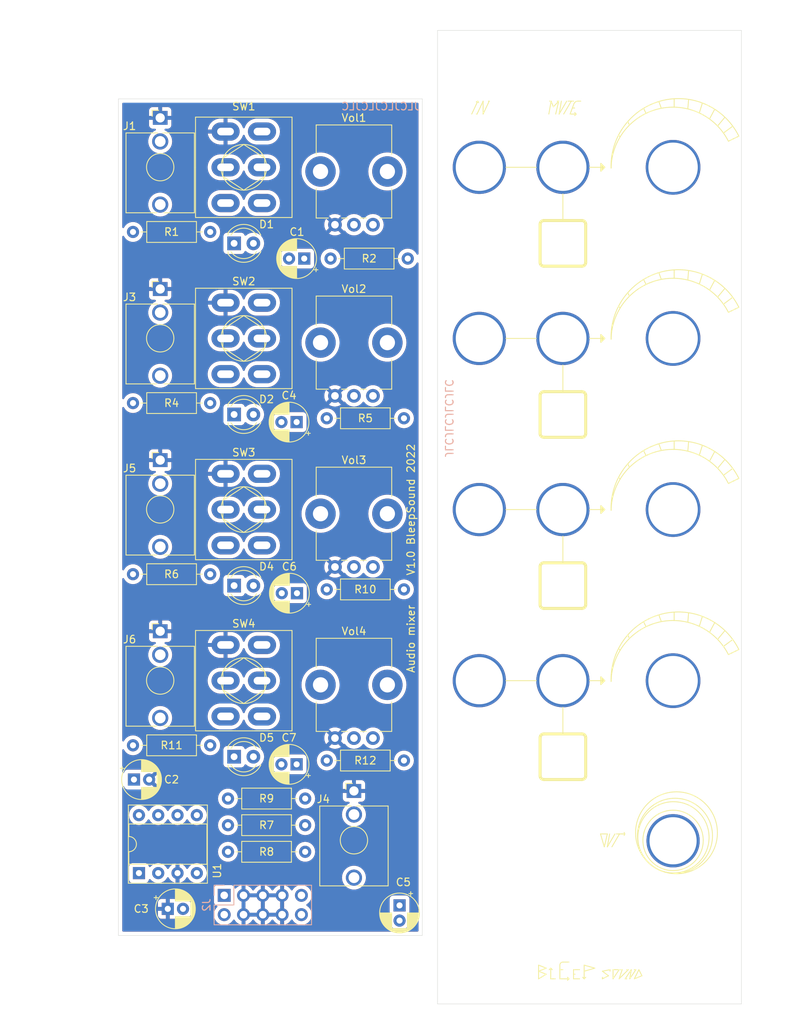
<source format=kicad_pcb>
(kicad_pcb (version 20211014) (generator pcbnew)
  (layers (0 "F.Cu" signal) (31 "B.Cu" signal) (34 "B.Paste" user) (35 "F.Paste" user) (36 "B.SilkS" user "B.Silkscreen") (37 "F.SilkS" user "F.Silkscreen") (38 "B.Mask" user) (39 "F.Mask" user) (44 "Edge.Cuts" user))
  (net 0 "")
  (net 1 "GND")
  (net 2 "+12V")
  (net 3 "-12V")
  (net 4 "Net-(C1-Pad1)")
  (net 5 "Net-(C1-Pad2)")
  (net 6 "Net-(C4-Pad2)")
  (net 7 "Net-(C4-Pad1)")
  (net 8 "Net-(C5-Pad1)")
  (net 9 "Net-(C5-Pad2)")
  (net 10 "Net-(C6-Pad1)")
  (net 11 "Net-(D5-Pad2)")
  (net 13 "Net-(C6-Pad2)")
  (net 14 "Net-(C7-Pad1)")
  (net 15 "Net-(C7-Pad2)")
  (net 16 "Net-(D1-Pad1)")
  (net 17 "Net-(D1-Pad2)")
  (net 18 "Net-(D2-Pad1)")
  (net 19 "Net-(D2-Pad2)")
  (net 20 "Net-(D4-Pad1)")
  (net 21 "Net-(D5-Pad1)")
  (net 22 "Net-(J1-PadT)")
  (net 23 "Net-(J3-PadT)")
  (net 24 "Net-(J5-PadT)")
  (net 26 "Net-(J6-PadT)")
  (net 29 "Net-(R10-Pad1)")
  (net 30 "Net-(R7-Pad1)")
  (net 31 "Net-(R7-Pad2)")
  (net 32 "Net-(D4-Pad2)")
  (net 35 "Net-(SW1-Pad6)")
  (net 39 "Net-(SW2-Pad6)")
  (net 42 "Net-(SW3-Pad6)")
  (net 45 "Net-(SW4-Pad6)")
  (net 46 "/Vgnd")
  (footprint "Synth:Pot-bourns-alpha" (layer "F.Cu") (at 63.5 92.55 90)
    (fp_text reference "Vol3" (at 14.05 -2.5 180) (layer "F.SilkS"))
    (fp_text value "10k")
    (pad "" np_thru_hole circle (at 7 1.9 90) (size 4 4) (drill 2) (layers *.Cu *.Mask))
    (pad "" np_thru_hole circle (at 7 -6.9 90) (size 4 4) (drill 2) (layers *.Cu *.Mask))
    (pad "1" thru_hole circle (at 0 0 90) (size 1.8 1.8) (drill 1) (layers *.Cu *.Mask) (net 42 "Net-(SW3-Pad6)"))
    (pad "2" thru_hole circle (at 0 -2.5 90) (size 1.8 1.8) (drill 1) (layers *.Cu *.Mask) (net 13 "Net-(C6-Pad2)"))
    (pad "3" thru_hole circle (at 0 -5 90) (size 1.8 1.8) (drill 1) (layers *.Cu *.Mask) (net 1 "GND"))
  )
  (footprint "Synth:Pot-bourns-alpha" (layer "F.Cu") (at 63.5 115.05 90)
    (fp_text reference "Vol4" (at 14.05 -2.5 180) (layer "F.SilkS"))
    (fp_text value "10k")
    (pad "" np_thru_hole circle (at 7 1.9 90) (size 4 4) (drill 2) (layers *.Cu *.Mask))
    (pad "" np_thru_hole circle (at 7 -6.9 90) (size 4 4) (drill 2) (layers *.Cu *.Mask))
    (pad "1" thru_hole circle (at 0 0 90) (size 1.8 1.8) (drill 1) (layers *.Cu *.Mask) (net 45 "Net-(SW4-Pad6)"))
    (pad "2" thru_hole circle (at 0 -2.5 90) (size 1.8 1.8) (drill 1) (layers *.Cu *.Mask) (net 15 "Net-(C7-Pad2)"))
    (pad "3" thru_hole circle (at 0 -5 90) (size 1.8 1.8) (drill 1) (layers *.Cu *.Mask) (net 1 "GND"))
  )
  (footprint "Capacitor_THT:CP_Radial_D5.0mm_P2.00mm" (layer "F.Cu") (at 32.044888 120.5)
    (fp_text reference "C2" (at 4.955112 0) (layer "F.SilkS"))
    (fp_text value "10µ")
    (pad "1" thru_hole rect locked (at 0 0) (size 1.6 1.6) (drill 0.8) (layers *.Cu *.Mask) (net 2 "+12V"))
    (pad "2" thru_hole circle locked (at 2 0) (size 1.6 1.6) (drill 0.8) (layers *.Cu *.Mask) (net 1 "GND"))
  )
  (footprint "Synth:SW_DPDT_Toggle" (layer "F.Cu") (at 46.5 107.5 90)
    (fp_text reference "SW4" (at 7.5 0 180) (layer "F.SilkS"))
    (fp_text value "Mute")
    (pad "1" thru_hole oval (at 4.7 -2.4 180) (size 3.7 2.4) (drill oval 2.2 1) (layers *.Cu *.Mask) (net 1 "GND"))
    (pad "2" thru_hole oval (at 0 -2.4 180) (size 3.7 2.4) (drill oval 2.2 1) (layers *.Cu *.Mask) (net 21 "Net-(D5-Pad1)"))
    (pad "3" thru_hole oval (at -4.7 -2.4 180) (size 3.7 2.4) (drill oval 2.2 1) (layers *.Cu *.Mask))
    (pad "4" thru_hole oval (at 4.7 2.4 180) (size 3.7 2.4) (drill oval 2.2 1) (layers *.Cu *.Mask))
    (pad "5" thru_hole oval (at 0 2.4 180) (size 3.7 2.4) (drill oval 2.2 1) (layers *.Cu *.Mask) (net 26 "Net-(J6-PadT)"))
    (pad "6" thru_hole oval (at -4.7 2.4 180) (size 3.7 2.4) (drill oval 2.2 1) (layers *.Cu *.Mask) (net 45 "Net-(SW4-Pad6)"))
  )
  (footprint "Resistor_THT:R_Axial_DIN0207_L6.3mm_D2.5mm_P10.16mm_Horizontal" (layer "F.Cu") (at 44.42 123)
    (fp_text reference "R9" (at 5.08 0) (layer "F.SilkS"))
    (fp_text value "100k")
    (pad "1" thru_hole circle locked (at 0 0) (size 1.6 1.6) (drill 0.8) (layers *.Cu *.Mask) (net 31 "Net-(R7-Pad2)"))
    (pad "2" thru_hole oval locked (at 10.16 0) (size 1.6 1.6) (drill 0.8) (layers *.Cu *.Mask) (net 29 "Net-(R10-Pad1)"))
  )
  (footprint "LED_THT:LED_D4.0mm" (layer "F.Cu") (at 45.225 72.5)
    (fp_text reference "D2" (at 4.275 -2) (layer "F.SilkS"))
    (fp_text value "LED-mute")
    (pad "1" thru_hole rect locked (at 0 0) (size 1.8 1.8) (drill 0.9) (layers *.Cu *.Mask) (net 18 "Net-(D2-Pad1)"))
    (pad "2" thru_hole circle locked (at 2.54 0) (size 1.8 1.8) (drill 0.9) (layers *.Cu *.Mask) (net 19 "Net-(D2-Pad2)"))
  )
  (footprint "Resistor_THT:R_Axial_DIN0207_L6.3mm_D2.5mm_P10.16mm_Horizontal" (layer "F.Cu") (at 67.58 118 180)
    (fp_text reference "R12" (at 5.08 0) (layer "F.SilkS"))
    (fp_text value "100k")
    (pad "1" thru_hole circle locked (at 0 0 180) (size 1.6 1.6) (drill 0.8) (layers *.Cu *.Mask) (net 29 "Net-(R10-Pad1)"))
    (pad "2" thru_hole oval locked (at 10.16 0 180) (size 1.6 1.6) (drill 0.8) (layers *.Cu *.Mask) (net 14 "Net-(C7-Pad1)"))
  )
  (footprint "Capacitor_THT:CP_Radial_D5.0mm_P2.00mm" (layer "F.Cu") (at 53.5 96 180)
    (fp_text reference "C6" (at 1 3.5) (layer "F.SilkS"))
    (fp_text value ".1µF")
    (pad "1" thru_hole rect locked (at 0 0 180) (size 1.6 1.6) (drill 0.8) (layers *.Cu *.Mask) (net 10 "Net-(C6-Pad1)"))
    (pad "2" thru_hole circle locked (at 2 0 180) (size 1.6 1.6) (drill 0.8) (layers *.Cu *.Mask) (net 13 "Net-(C6-Pad2)"))
  )
  (footprint "Resistor_THT:R_Axial_DIN0207_L6.3mm_D2.5mm_P10.16mm_Horizontal" (layer "F.Cu") (at 67.58 95.5 180)
    (fp_text reference "R10" (at 5.08 0) (layer "F.SilkS"))
    (fp_text value "100k")
    (pad "1" thru_hole circle locked (at 0 0 180) (size 1.6 1.6) (drill 0.8) (layers *.Cu *.Mask) (net 29 "Net-(R10-Pad1)"))
    (pad "2" thru_hole oval locked (at 10.16 0 180) (size 1.6 1.6) (drill 0.8) (layers *.Cu *.Mask) (net 10 "Net-(C6-Pad1)"))
  )
  (footprint "Synth:Pot-bourns-alpha" (layer "F.Cu") (at 63.5 70.05 90)
    (fp_text reference "Vol2" (at 14.05 -2.5 180) (layer "F.SilkS"))
    (fp_text value "10k")
    (pad "" np_thru_hole circle (at 7 1.9 90) (size 4 4) (drill 2) (layers *.Cu *.Mask))
    (pad "" np_thru_hole circle (at 7 -6.9 90) (size 4 4) (drill 2) (layers *.Cu *.Mask))
    (pad "1" thru_hole circle (at 0 0 90) (size 1.8 1.8) (drill 1) (layers *.Cu *.Mask) (net 39 "Net-(SW2-Pad6)"))
    (pad "2" thru_hole circle (at 0 -2.5 90) (size 1.8 1.8) (drill 1) (layers *.Cu *.Mask) (net 6 "Net-(C4-Pad2)"))
    (pad "3" thru_hole circle (at 0 -5 90) (size 1.8 1.8) (drill 1) (layers *.Cu *.Mask) (net 1 "GND"))
  )
  (footprint "Resistor_THT:R_Axial_DIN0207_L6.3mm_D2.5mm_P10.16mm_Horizontal" (layer "F.Cu") (at 31.92 48.5)
    (fp_text reference "R1" (at 5.08 0) (layer "F.SilkS"))
    (fp_text value "4.7k")
    (pad "1" thru_hole circle locked (at 0 0) (size 1.6 1.6) (drill 0.8) (layers *.Cu *.Mask) (net 2 "+12V"))
    (pad "2" thru_hole oval locked (at 10.16 0) (size 1.6 1.6) (drill 0.8) (layers *.Cu *.Mask) (net 17 "Net-(D1-Pad2)"))
  )
  (footprint "Resistor_THT:R_Axial_DIN0207_L6.3mm_D2.5mm_P10.16mm_Horizontal" (layer "F.Cu") (at 31.92 116)
    (fp_text reference "R11" (at 5.08 0) (layer "F.SilkS"))
    (fp_text value "4.7k")
    (pad "1" thru_hole circle locked (at 0 0) (size 1.6 1.6) (drill 0.8) (layers *.Cu *.Mask) (net 2 "+12V"))
    (pad "2" thru_hole oval locked (at 10.16 0) (size 1.6 1.6) (drill 0.8) (layers *.Cu *.Mask) (net 11 "Net-(D5-Pad2)"))
  )
  (footprint "LED_THT:LED_D4.0mm" (layer "F.Cu") (at 45.225 95)
    (fp_text reference "D4" (at 4.275 -2.5) (layer "F.SilkS"))
    (fp_text value "LED-mute")
    (pad "1" thru_hole rect locked (at 0 0) (size 1.8 1.8) (drill 0.9) (layers *.Cu *.Mask) (net 20 "Net-(D4-Pad1)"))
    (pad "2" thru_hole circle locked (at 2.54 0) (size 1.8 1.8) (drill 0.9) (layers *.Cu *.Mask) (net 32 "Net-(D4-Pad2)"))
  )
  (footprint "Resistor_THT:R_Axial_DIN0207_L6.3mm_D2.5mm_P10.16mm_Horizontal" (layer "F.Cu") (at 31.92 71)
    (fp_text reference "R4" (at 5.08 0) (layer "F.SilkS"))
    (fp_text value "4.7k")
    (pad "1" thru_hole circle locked (at 0 0) (size 1.6 1.6) (drill 0.8) (layers *.Cu *.Mask) (net 2 "+12V"))
    (pad "2" thru_hole oval locked (at 10.16 0) (size 1.6 1.6) (drill 0.8) (layers *.Cu *.Mask) (net 19 "Net-(D2-Pad2)"))
  )
  (footprint "Capacitor_THT:CP_Radial_D5.0mm_P2.00mm" (layer "F.Cu") (at 67 137.044887 -90)
    (fp_text reference "C5" (at -3.044887 -0.5 180) (layer "F.SilkS"))
    (fp_text value "10µF")
    (pad "1" thru_hole rect locked (at 0 0 270) (size 1.6 1.6) (drill 0.8) (layers *.Cu *.Mask) (net 8 "Net-(C5-Pad1)"))
    (pad "2" thru_hole circle locked (at 2 0 270) (size 1.6 1.6) (drill 0.8) (layers *.Cu *.Mask) (net 9 "Net-(C5-Pad2)"))
  )
  (footprint "Synth:Thonkiconn" (layer "F.Cu") (at 35.5 101)
    (fp_text reference "J6" (at -4.03 1.08 180) (layer "F.SilkS"))
    (fp_text value "In")
    (pad "S" thru_hole rect (at 0 0 180) (size 1.93 1.83) (drill 1.22) (layers *.Cu *.Mask) (net 1 "GND"))
    (pad "T" thru_hole circle (at 0 11.4 180) (size 2.13 2.13) (drill 1.43) (layers *.Cu *.Mask) (net 26 "Net-(J6-PadT)"))
    (pad "TN" thru_hole circle (at 0 3.1 180) (size 2.13 2.13) (drill 1.42) (layers *.Cu *.Mask))
  )
  (footprint "Resistor_THT:R_Axial_DIN0207_L6.3mm_D2.5mm_P10.16mm_Horizontal" (layer "F.Cu") (at 44.42 130)
    (fp_text reference "R8" (at 5.08 0) (layer "F.SilkS"))
    (fp_text value "10k")
    (pad "1" thru_hole circle locked (at 0 0) (size 1.6 1.6) (drill 0.8) (layers *.Cu *.Mask) (net 9 "Net-(C5-Pad2)"))
    (pad "2" thru_hole oval locked (at 10.16 0) (size 1.6 1.6) (drill 0.8) (layers *.Cu *.Mask) (net 30 "Net-(R7-Pad1)"))
  )
  (footprint "Synth:SW_DPDT_Toggle" (layer "F.Cu") (at 46.5 40 90)
    (fp_text reference "SW1" (at 8 0 180) (layer "F.SilkS"))
    (fp_text value "Mute")
    (pad "1" thru_hole oval (at 4.7 -2.4 180) (size 3.7 2.4) (drill oval 2.2 1) (layers *.Cu *.Mask) (net 1 "GND"))
    (pad "2" thru_hole oval (at 0 -2.4 180) (size 3.7 2.4) (drill oval 2.2 1) (layers *.Cu *.Mask) (net 16 "Net-(D1-Pad1)"))
    (pad "3" thru_hole oval (at -4.7 -2.4 180) (size 3.7 2.4) (drill oval 2.2 1) (layers *.Cu *.Mask))
    (pad "4" thru_hole oval (at 4.7 2.4 180) (size 3.7 2.4) (drill oval 2.2 1) (layers *.Cu *.Mask))
    (pad "5" thru_hole oval (at 0 2.4 180) (size 3.7 2.4) (drill oval 2.2 1) (layers *.Cu *.Mask) (net 22 "Net-(J1-PadT)"))
    (pad "6" thru_hole oval (at -4.7 2.4 180) (size 3.7 2.4) (drill oval 2.2 1) (layers *.Cu *.Mask) (net 35 "Net-(SW1-Pad6)"))
  )
  (footprint "Synth:Pot-bourns-alpha" (layer "F.Cu") (at 63.5 47.55 90)
    (fp_text reference "Vol1" (at 14.05 -2.5 180) (layer "F.SilkS"))
    (fp_text value "10k")
    (pad "" np_thru_hole circle (at 7 -6.9 90) (size 4 4) (drill 2) (layers *.Cu *.Mask))
    (pad "" np_thru_hole circle (at 7 1.9 90) (size 4 4) (drill 2) (layers *.Cu *.Mask))
    (pad "1" thru_hole circle (at 0 0 90) (size 1.8 1.8) (drill 1) (layers *.Cu *.Mask) (net 35 "Net-(SW1-Pad6)"))
    (pad "2" thru_hole circle (at 0 -2.5 90) (size 1.8 1.8) (drill 1) (layers *.Cu *.Mask) (net 5 "Net-(C1-Pad2)"))
    (pad "3" thru_hole circle (at 0 -5 90) (size 1.8 1.8) (drill 1) (layers *.Cu *.Mask) (net 1 "GND"))
  )
  (footprint "Resistor_THT:R_Axial_DIN0207_L6.3mm_D2.5mm_P10.16mm_Horizontal" (layer "F.Cu") (at 31.92 93.5)
    (fp_text reference "R6" (at 5.08 0) (layer "F.SilkS"))
    (fp_text value "4.7k")
    (pad "1" thru_hole circle locked (at 0 0) (size 1.6 1.6) (drill 0.8) (layers *.Cu *.Mask) (net 2 "+12V"))
    (pad "2" thru_hole oval locked (at 10.16 0) (size 1.6 1.6) (drill 0.8) (layers *.Cu *.Mask) (net 32 "Net-(D4-Pad2)"))
  )
  (footprint "LED_THT:LED_D4.0mm" (layer "F.Cu") (at 45.225 117.5)
    (fp_text reference "D5" (at 4.275 -2.5) (layer "F.SilkS"))
    (fp_text value "LED-mute")
    (pad "1" thru_hole rect locked (at 0 0) (size 1.8 1.8) (drill 0.9) (layers *.Cu *.Mask) (net 21 "Net-(D5-Pad1)"))
    (pad "2" thru_hole circle locked (at 2.54 0) (size 1.8 1.8) (drill 0.9) (layers *.Cu *.Mask) (net 11 "Net-(D5-Pad2)"))
  )
  (footprint "Resistor_THT:R_Axial_DIN0207_L6.3mm_D2.5mm_P10.16mm_Horizontal" (layer "F.Cu") (at 67.58 73 180)
    (fp_text reference "R5" (at 5.08 0) (layer "F.SilkS"))
    (fp_text value "100k")
    (pad "1" thru_hole circle locked (at 0 0 180) (size 1.6 1.6) (drill 0.8) (layers *.Cu *.Mask) (net 29 "Net-(R10-Pad1)"))
    (pad "2" thru_hole oval locked (at 10.16 0 180) (size 1.6 1.6) (drill 0.8) (layers *.Cu *.Mask) (net 7 "Net-(C4-Pad1)"))
  )
  (footprint "Capacitor_THT:CP_Radial_D5.0mm_P2.00mm" (layer "F.Cu") (at 53.455112 118.5 180)
    (fp_text reference "C7" (at 1 3.5) (layer "F.SilkS"))
    (fp_text value ".1µF")
    (pad "1" thru_hole rect locked (at 0 0 180) (size 1.6 1.6) (drill 0.8) (layers *.Cu *.Mask) (net 14 "Net-(C7-Pad1)"))
    (pad "2" thru_hole circle locked (at 2 0 180) (size 1.6 1.6) (drill 0.8) (layers *.Cu *.Mask) (net 15 "Net-(C7-Pad2)"))
  )
  (footprint "Resistor_THT:R_Axial_DIN0207_L6.3mm_D2.5mm_P10.16mm_Horizontal" (layer "F.Cu") (at 68.08 52 180)
    (fp_text reference "R2" (at 5.08 0) (layer "F.SilkS"))
    (fp_text value "100k")
    (pad "1" thru_hole circle locked (at 0 0 180) (size 1.6 1.6) (drill 0.8) (layers *.Cu *.Mask) (net 29 "Net-(R10-Pad1)"))
    (pad "2" thru_hole oval locked (at 10.16 0 180) (size 1.6 1.6) (drill 0.8) (layers *.Cu *.Mask) (net 4 "Net-(C1-Pad1)"))
  )
  (footprint "Synth:Thonkiconn" (layer "F.Cu") (at 35.5 56)
    (fp_text reference "J3" (at -4.03 1.08 180) (layer "F.SilkS"))
    (fp_text value "In")
    (pad "S" thru_hole rect (at 0 0 180) (size 1.93 1.83) (drill 1.22) (layers *.Cu *.Mask) (net 1 "GND"))
    (pad "T" thru_hole circle (at 0 11.4 180) (size 2.13 2.13) (drill 1.43) (layers *.Cu *.Mask) (net 23 "Net-(J3-PadT)"))
    (pad "TN" thru_hole circle (at 0 3.1 180) (size 2.13 2.13) (drill 1.42) (layers *.Cu *.Mask))
  )
  (footprint "Synth:SW_DPDT_Toggle" (layer "F.Cu") (at 46.5 85 90)
    (fp_text reference "SW3" (at 7.5 0 180) (layer "F.SilkS"))
    (fp_text value "Mute")
    (pad "1" thru_hole oval (at 4.7 -2.4 180) (size 3.7 2.4) (drill oval 2.2 1) (layers *.Cu *.Mask) (net 1 "GND"))
    (pad "2" thru_hole oval (at 0 -2.4 180) (size 3.7 2.4) (drill oval 2.2 1) (layers *.Cu *.Mask) (net 20 "Net-(D4-Pad1)"))
    (pad "3" thru_hole oval (at -4.7 -2.4 180) (size 3.7 2.4) (drill oval 2.2 1) (layers *.Cu *.Mask))
    (pad "4" thru_hole oval (at 4.7 2.4 180) (size 3.7 2.4) (drill oval 2.2 1) (layers *.Cu *.Mask))
    (pad "5" thru_hole oval (at 0 2.4 180) (size 3.7 2.4) (drill oval 2.2 1) (layers *.Cu *.Mask) (net 24 "Net-(J5-PadT)"))
    (pad "6" thru_hole oval (at -4.7 2.4 180) (size 3.7 2.4) (drill oval 2.2 1) (layers *.Cu *.Mask) (net 42 "Net-(SW3-Pad6)"))
  )
  (footprint "Synth:SW_DPDT_Toggle" (layer "F.Cu") (at 46.5 62.5 90)
    (fp_text reference "SW2" (at 7.5 0 180) (layer "F.SilkS"))
    (fp_text value "Mute")
    (pad "1" thru_hole oval (at 4.7 -2.4 180) (size 3.7 2.4) (drill oval 2.2 1) (layers *.Cu *.Mask) (net 1 "GND"))
    (pad "2" thru_hole oval (at 0 -2.4 180) (size 3.7 2.4) (drill oval 2.2 1) (layers *.Cu *.Mask) (net 18 "Net-(D2-Pad1)"))
    (pad "3" thru_hole oval (at -4.7 -2.4 180) (size 3.7 2.4) (drill oval 2.2 1) (layers *.Cu *.Mask))
    (pad "4" thru_hole oval (at 4.7 2.4 180) (size 3.7 2.4) (drill oval 2.2 1) (layers *.Cu *.Mask))
    (pad "5" thru_hole oval (at 0 2.4 180) (size 3.7 2.4) (drill oval 2.2 1) (layers *.Cu *.Mask) (net 23 "Net-(J3-PadT)"))
    (pad "6" thru_hole oval (at -4.7 2.4 180) (size 3.7 2.4) (drill oval 2.2 1) (layers *.Cu *.Mask) (net 39 "Net-(SW2-Pad6)"))
  )
  (footprint "Synth:Thonkiconn" (layer "F.Cu") (at 35.5 33.5)
    (fp_text reference "J1" (at -4.03 1.08 180) (layer "F.SilkS"))
    (fp_text value "In")
    (pad "S" thru_hole rect (at 0 0 180) (size 1.93 1.83) (drill 1.22) (layers *.Cu *.Mask) (net 1 "GND"))
    (pad "T" thru_hole circle (at 0 11.4 180) (size 2.13 2.13) (drill 1.43) (layers *.Cu *.Mask) (net 22 "Net-(J1-PadT)"))
    (pad "TN" thru_hole circle (at 0 3.1 180) (size 2.13 2.13) (drill 1.42) (layers *.Cu *.Mask))
  )
  (footprint "Resistor_THT:R_Axial_DIN0207_L6.3mm_D2.5mm_P10.16mm_Horizontal" (layer "F.Cu") (at 54.58 126.5 180)
    (fp_text reference "R7" (at 5.08 0) (layer "F.SilkS"))
    (fp_text value "10k")
    (pad "1" thru_hole circle locked (at 0 0 180) (size 1.6 1.6) (drill 0.8) (layers *.Cu *.Mask) (net 30 "Net-(R7-Pad1)"))
    (pad "2" thru_hole oval locked (at 10.16 0 180) (size 1.6 1.6) (drill 0.8) (layers *.Cu *.Mask) (net 31 "Net-(R7-Pad2)"))
  )
  (footprint "LED_THT:LED_D4.0mm" (layer "F.Cu") (at 45.225 50)
    (fp_text reference "D1" (at 4.275 -2.5) (layer "F.SilkS"))
    (fp_text value "LED-mute")
    (pad "1" thru_hole rect locked (at 0 0) (size 1.8 1.8) (drill 0.9) (layers *.Cu *.Mask) (net 16 "Net-(D1-Pad1)"))
    (pad "2" thru_hole circle locked (at 2.54 0) (size 1.8 1.8) (drill 0.9) (layers *.Cu *.Mask) (net 17 "Net-(D1-Pad2)"))
  )
  (footprint "Capacitor_THT:CP_Radial_D5.0mm_P2.00mm" (layer "F.Cu") (at 54.455112 52 180)
    (fp_text reference "C1" (at 0.955112 3.5) (layer "F.SilkS"))
    (fp_text value ".1µF")
    (pad "1" thru_hole rect locked (at 0 0 180) (size 1.6 1.6) (drill 0.8) (layers *.Cu *.Mask) (net 4 "Net-(C1-Pad1)"))
    (pad "2" thru_hole circle locked (at 2 0 180) (size 1.6 1.6) (drill 0.8) (layers *.Cu *.Mask) (net 5 "Net-(C1-Pad2)"))
  )
  (footprint "Capacitor_THT:CP_Radial_D5.0mm_P2.00mm" (layer "F.Cu") (at 53.455112 73.5 180)
    (fp_text reference "C4" (at 1 3.5) (layer "F.SilkS"))
    (fp_text value ".1µF")
    (pad "1" thru_hole rect locked (at 0 0 180) (size 1.6 1.6) (drill 0.8) (layers *.Cu *.Mask) (net 7 "Net-(C4-Pad1)"))
    (pad "2" thru_hole circle locked (at 2 0 180) (size 1.6 1.6) (drill 0.8) (layers *.Cu *.Mask) (net 6 "Net-(C4-Pad2)"))
  )
  (footprint "Capacitor_THT:CP_Radial_D5.0mm_P2.00mm" (layer "F.Cu") (at 36.5 137.5)
    (fp_text reference "C3" (at -3.5 0) (layer "F.SilkS"))
    (fp_text value "10µ")
    (pad "1" thru_hole rect locked (at 0 0) (size 1.6 1.6) (drill 0.8) (layers *.Cu *.Mask) (net 1 "GND"))
    (pad "2" thru_hole circle locked (at 2 0) (size 1.6 1.6) (drill 0.8) (layers *.Cu *.Mask) (net 3 "-12V"))
  )
  (footprint "Synth:Thonkiconn" (layer "F.Cu") (at 35.5 78.5)
    (fp_text reference "J5" (at -4.03 1.08 180) (layer "F.SilkS"))
    (fp_text value "In")
    (pad "S" thru_hole rect (at 0 0 180) (size 1.93 1.83) (drill 1.22) (layers *.Cu *.Mask) (net 1 "GND"))
    (pad "T" thru_hole circle (at 0 11.4 180) (size 2.13 2.13) (drill 1.43) (layers *.Cu *.Mask) (net 24 "Net-(J5-PadT)"))
    (pad "TN" thru_hole circle (at 0 3.1 180) (size 2.13 2.13) (drill 1.42) (layers *.Cu *.Mask))
  )
  (footprint "Package_DIP:DIP-8_W7.62mm_Socket" (layer "F.Cu") (at 32.7 132.8 90)
    (fp_text reference "U1" (at 0.3 10.3 90) (layer "F.SilkS"))
    (fp_text value "TL072")
    (pad "1" thru_hole rect locked (at 0 0 90) (size 1.6 1.6) (drill 0.8) (layers *.Cu *.Mask) (net 9 "Net-(C5-Pad2)"))
    (pad "2" thru_hole oval locked (at 0 2.54 90) (size 1.6 1.6) (drill 0.8) (layers *.Cu *.Mask) (net 30 "Net-(R7-Pad1)"))
    (pad "3" thru_hole oval locked (at 0 5.08 90) (size 1.6 1.6) (drill 0.8) (layers *.Cu *.Mask) (net 1 "GND"))
    (pad "4" thru_hole oval locked (at 0 7.62 90) (size 1.6 1.6) (drill 0.8) (layers *.Cu *.Mask) (net 3 "-12V"))
    (pad "5" thru_hole oval locked (at 7.62 7.62 90) (size 1.6 1.6) (drill 0.8) (layers *.Cu *.Mask) (net 46 "/Vgnd"))
    (pad "6" thru_hole oval locked (at 7.62 5.08 90) (size 1.6 1.6) (drill 0.8) (layers *.Cu *.Mask) (net 29 "Net-(R10-Pad1)"))
    (pad "7" thru_hole oval locked (at 7.62 2.54 90) (size 1.6 1.6) (drill 0.8) (layers *.Cu *.Mask) (net 31 "Net-(R7-Pad2)"))
    (pad "8" thru_hole oval locked (at 7.62 0 90) (size 1.6 1.6) (drill 0.8) (layers *.Cu *.Mask) (net 2 "+12V"))
  )
  (footprint "Synth:Thonkiconn" (layer "F.Cu") (at 61 122)
    (fp_text reference "J4" (at -4.03 1.08 180) (layer "F.SilkS"))
    (fp_text value "Out")
    (pad "S" thru_hole rect (at 0 0 180) (size 1.93 1.83) (drill 1.22) (layers *.Cu *.Mask) (net 1 "GND"))
    (pad "T" thru_hole circle (at 0 11.4 180) (size 2.13 2.13) (drill 1.43) (layers *.Cu *.Mask) (net 8 "Net-(C5-Pad1)"))
    (pad "TN" thru_hole circle (at 0 3.1 180) (size 2.13 2.13) (drill 1.42) (layers *.Cu *.Mask))
  )
  (footprint "Connector_PinHeader_2.54mm:PinHeader_2x05_P2.54mm_Vertical" (layer "B.Cu") (at 43.925 135.725 -90)
    (fp_text reference "J2" (at 1.27 2.33 90) (layer "B.SilkS") (effects (justify mirror)))
    (fp_text value "Power Input")
    (pad "1" thru_hole rect locked (at 0 0 270) (size 1.7 1.7) (drill 1) (layers *.Cu *.Mask) (net 2 "+12V"))
    (pad "2" thru_hole oval locked (at 2.54 0 270) (size 1.7 1.7) (drill 1) (layers *.Cu *.Mask) (net 2 "+12V"))
    (pad "3" thru_hole oval locked (at 0 -2.54 270) (size 1.7 1.7) (drill 1) (layers *.Cu *.Mask) (net 1 "GND"))
    (pad "4" thru_hole oval locked (at 2.54 -2.54 270) (size 1.7 1.7) (drill 1) (layers *.Cu *.Mask) (net 1 "GND"))
    (pad "5" thru_hole oval locked (at 0 -5.08 270) (size 1.7 1.7) (drill 1) (layers *.Cu *.Mask) (net 1 "GND"))
    (pad "6" thru_hole oval locked (at 2.54 -5.08 270) (size 1.7 1.7) (drill 1) (layers *.Cu *.Mask) (net 1 "GND"))
    (pad "7" thru_hole oval locked (at 0 -7.62 270) (size 1.7 1.7) (drill 1) (layers *.Cu *.Mask) (net 1 "GND"))
    (pad "8" thru_hole oval locked (at 2.54 -7.62 270) (size 1.7 1.7) (drill 1) (layers *.Cu *.Mask) (net 1 "GND"))
    (pad "9" thru_hole oval locked (at 0 -10.16 270) (size 1.7 1.7) (drill 1) (layers *.Cu *.Mask) (net 3 "-12V"))
    (pad "10" thru_hole oval locked (at 2.54 -10.16 270) (size 1.7 1.7) (drill 1) (layers *.Cu *.Mask) (net 3 "-12V"))
  )
  (gr_line (start 86.9 145.3) (end 86.9 146.7) (layer "F.SilkS") (width 0.12))
  (gr_line (start 88.1 146.7) (end 89.3 146.7) (layer "F.SilkS") (width 0.12))
  (gr_line (start 85.3 146.7) (end 86.3 146.1) (layer "F.SilkS") (width 0.12))
  (gr_line (start 86.3 146.1) (end 85.3 145.7) (layer "F.SilkS") (width 0.12))
  (gr_line (start 86.9 146.7) (end 87.5 146.7) (layer "F.SilkS") (width 0.12))
  (gr_line (start 88.5 144.5) (end 89.3 144.5) (layer "F.SilkS") (width 0.12))
  (gr_line (start 89.9 146.7) (end 90.7 146.7) (layer "F.SilkS") (width 0.12))
  (gr_line (start 91.3 144.9) (end 92.7 145.3) (layer "F.SilkS") (width 0.12))
  (gr_line (start 88.1 144.9) (end 88.1 146.7) (layer "F.SilkS") (width 0.12))
  (gr_line (start 88.1 145.5) (end 88.5 145.5) (layer "F.SilkS") (width 0.12))
  (gr_line (start 89.9 145.5) (end 89.9 146.7) (layer "F.SilkS") (width 0.12))
  (gr_line (start 91.1 146.5) (end 91.3 146.7) (layer "F.SilkS") (width 0.12))
  (gr_line (start 89.9 145.5) (end 90.7 145.5) (layer "F.SilkS") (width 0.12))
  (gr_line (start 91.3 146.7) (end 91.3 146.5) (layer "F.SilkS") (width 0.12))
  (gr_line (start 91.3 144.9) (end 91.3 146.7) (layer "F.SilkS") (width 0.12))
  (gr_line (start 92.7 145.3) (end 91.3 145.7) (layer "F.SilkS") (width 0.12))
  (gr_line (start 89.9 146.1) (end 90.1 146.1) (layer "F.SilkS") (width 0.12))
  (gr_line (start 85.3 145.7) (end 86.3 145.3) (layer "F.SilkS") (width 0.12))
  (gr_line (start 91.3 146.7) (end 91.5 146.5) (layer "F.SilkS") (width 0.12))
  (gr_line (start 85.3 144.9) (end 85.3 146.7) (layer "F.SilkS") (width 0.12))
  (gr_line (start 86.3 145.3) (end 85.3 144.9) (layer "F.SilkS") (width 0.12))
  (gr_line (start 98.1 145.5) (end 97.9 145.5) (layer "F.SilkS") (width 0.12))
  (gr_line (start 93.7 146.7) (end 93.7 146.5) (layer "F.SilkS") (width 0.12))
  (gr_line (start 95.1 145.5) (end 95.1 146.7) (layer "F.SilkS") (width 0.12))
  (gr_line (start 96.3 145.5) (end 95.9 146.7) (layer "F.SilkS") (width 0.12))
  (gr_line (start 95.9 146.7) (end 97.1 145.5) (layer "F.SilkS") (width 0.12))
  (gr_line (start 98.5 145.5) (end 97.9 146.7) (layer "F.SilkS") (width 0.12))
  (gr_line (start 98.5 145.5) (end 98.9 146.3) (layer "F.SilkS") (width 0.12))
  (gr_line (start 94.7 145.5) (end 94.7 145.7) (layer "F.SilkS") (width 0.12))
  (gr_line (start 86.9 145.3) (end 86.7 145.5) (layer "F.SilkS") (width 0.12))
  (gr_line (start 86.9 145.3) (end 87.1 145.5) (layer "F.SilkS") (width 0.12))
  (gr_line (start 97.5 145.5) (end 97.3 146.7) (layer "F.SilkS") (width 0.12))
  (gr_arc (start 88.1 144.9) (mid 88.217157 144.617157) (end 88.5 144.5) (layer "F.SilkS") (width 0.12))
  (gr_line (start 94.5 146.3) (end 93.7 146.7) (layer "F.SilkS") (width 0.12))
  (gr_line (start 89.3 146.7) (end 89.1 146.5) (layer "F.SilkS") (width 0.12))
  (gr_line (start 89.3 146.7) (end 89.1 146.9) (layer "F.SilkS") (width 0.12))
  (gr_line (start 93.7 145.7) (end 94.5 146.3) (layer "F.SilkS") (width 0.12))
  (gr_line (start 95.9 145.5) (end 95.1 145.5) (layer "F.SilkS") (width 0.12))
  (gr_line (start 97.3 146.7) (end 98.1 145.5) (layer "F.SilkS") (width 0.12))
  (gr_line (start 97.5 145.5) (end 96.7 146.7) (layer "F.SilkS") (width 0.12))
  (gr_line (start 96.3 145.5) (end 96.1 145.5) (layer "F.SilkS") (width 0.12))
  (gr_line (start 96.7 146.7) (end 96.9 146.7) (layer "F.SilkS") (width 0.12))
  (gr_line (start 97.1 145.5) (end 96.9 145.5) (layer "F.SilkS") (width 0.12))
  (gr_line (start 95.1 146.7) (end 95.9 145.5) (layer "F.SilkS") (width 0.12))
  (gr_line (start 97.9 146.7) (end 98.9 146.3) (layer "F.SilkS") (width 0.12))
  (gr_line (start 94.7 145.5) (end 93.7 145.7) (layer "F.SilkS") (width 0.12))
  (gr_line (start 88.5 43.5) (end 88.5 47) (layer "F.SilkS") (width 0.12))
  (gr_line (start 95.55 127.65) (end 96.25 127.65) (layer "F.SilkS") (width 0.12))
  (gr_line (start 93.95 129.35) (end 93.45 127.65) (layer "F.SilkS") (width 0.12))
  (gr_line (start 93.45 127.65) (end 94.35 127.65) (layer "F.SilkS") (width 0.12))
  (gr_line (start 94.65 127.65) (end 94.35 129.35) (layer "F.SilkS") (width 0.12))
  (gr_line (start 94.35 129.35) (end 95.35 127.65) (layer "F.SilkS") (width 0.12))
  (gr_line (start 94.35 127.65) (end 93.95 129.35) (layer "F.SilkS") (width 0.12))
  (gr_line (start 95.95 127.65) (end 94.95 129.35) (layer "F.SilkS") (width 0.12))
  (gr_circle (center 103.45 127.5) (end 101.45 122.5) (layer "F.SilkS") (width 0.12) (fill none))
  (gr_circle (center 103.25 127.9) (end 101.45 123.3) (layer "F.SilkS") (width 0.12) (fill none))
  (gr_circle (center 103.05 128.1) (end 100.05 124.5) (layer "F.SilkS") (width 0.12) (fill none))
  (gr_circle (center 103 128.5) (end 100.4 125.5) (layer "F.SilkS") (width 0.12) (fill none))
  (gr_line (start 77.3 31.3) (end 77.1 31.4) (layer "F.SilkS") (width 0.12))
  (gr_line (start 77.2 33) (end 78 31.3) (layer "F.SilkS") (width 0.12))
  (gr_line (start 77.2 33) (end 77.1 33) (layer "F.SilkS") (width 0.12))
  (gr_line (start 78 31.3) (end 78 33) (layer "F.SilkS") (width 0.12))
  (gr_line (start 77.3 31.3) (end 77.4 31.5) (layer "F.SilkS") (width 0.12))
  (gr_line (start 78 33) (end 78.8 31.3) (layer "F.SilkS") (width 0.12))
  (gr_line (start 76.5 33) (end 77.3 31.3) (layer "F.SilkS") (width 0.12))
  (gr_line (start 78.8 31.3) (end 78.7 31.3) (layer "F.SilkS") (width 0.12))
  (gr_line (start 106.455151 32.854115) (end 106.841985 31.599148) (layer "F.SilkS") (width 0.12))
  (gr_arc (start 94.841985 107.599148) (mid 101.181462 99.795826) (end 110.281985 104.069148) (layer "F.SilkS") (width 0.12))
  (gr_line (start 96.65 127.65) (end 96.55 127.85) (layer "F.SilkS") (width 0.12))
  (gr_line (start 103.141985 99.599148) (end 103.141985 98.499148) (layer "F.SilkS") (width 0.12))
  (gr_line (start 95.841985 103.299148) (end 96.041985 103.499148) (layer "F.SilkS") (width 0.12))
  (gr_line (start 81 107.5) (end 85 107.5) (layer "F.SilkS") (width 0.12))
  (gr_arc (start 94.841985 85.099148) (mid 101.181462 77.295826) (end 110.281985 81.569148) (layer "F.SilkS") (width 0.12))
  (gr_line (start 103.141985 32.099148) (end 103.141985 30.999148) (layer "F.SilkS") (width 0.12))
  (gr_line (start 106.455151 77.854115) (end 106.841985 76.599148) (layer "F.SilkS") (width 0.12))
  (gr_line (start 104.941985 54.799148) (end 105.041985 53.599148) (layer "F.SilkS") (width 0.12))
  (gr_line (start 104.941985 99.799148) (end 105.041985 98.599148) (layer "F.SilkS") (width 0.12))
  (gr_line (start 85.5 47.5) (end 85.5 52.5) (layer "F.SilkS") (width 0.4))
  (gr_line (start 88 33) (end 89 31.3) (layer "F.SilkS") (width 0.12))
  (gr_line (start 110.281985 104.069148) (end 111.655151 103.404115) (layer "F.SilkS") (width 0.12))
  (gr_arc (start 94.841985 40.099148) (mid 101.55885 31.229455) (end 111.655151 35.904115) (layer "F.SilkS") (width 0.12))
  (gr_arc (start 91 47) (mid 91.353553 47.146447) (end 91.5 47.5) (layer "F.SilkS") (width 0.4))
  (gr_line (start 87.95 31.3) (end 87.25 32.05) (layer "F.SilkS") (width 0.12))
  (gr_line (start 104.941985 77.299148) (end 105.041985 76.099148) (layer "F.SilkS") (width 0.12))
  (gr_arc (start 91 92) (mid 91.353553 92.146447) (end 91.5 92.5) (layer "F.SilkS") (width 0.4))
  (gr_line (start 85.5 70) (end 85.5 75) (layer "F.SilkS") (width 0.4))
  (gr_poly (pts (xy 94 62.5) (xy 93.5 63) (xy 93.5 62)) (layer "F.SilkS") (width 0.15) (fill solid))
  (gr_line (start 91.5 47.5) (end 91.5 52.5) (layer "F.SilkS") (width 0.4))
  (gr_line (start 99.441985 55.399148) (end 99.141985 54.799148) (layer "F.SilkS") (width 0.12))
  (gr_arc (start 85.5 115) (mid 85.646447 114.646447) (end 86 114.5) (layer "F.SilkS") (width 0.4))
  (gr_line (start 86 69.5) (end 91 69.5) (layer "F.SilkS") (width 0.4))
  (gr_line (start 87.95 31.3) (end 87.55 33) (layer "F.SilkS") (width 0.12))
  (gr_line (start 88.5 88.5) (end 88.5 92) (layer "F.SilkS") (width 0.12))
  (gr_line (start 86 114.5) (end 91 114.5) (layer "F.SilkS") (width 0.4))
  (gr_line (start 94 107.5) (end 92 107.5) (layer "F.SilkS") (width 0.12))
  (gr_line (start 87.95 31.3) (end 87.75 31.3) (layer "F.SilkS") (width 0.12))
  (gr_arc (start 86 53) (mid 85.646447 52.853553) (end 85.5 52.5) (layer "F.SilkS") (width 0.4))
  (gr_line (start 108.865151 79.564115) (end 109.805151 78.434115) (layer "F.SilkS") (width 0.12))
  (gr_line (start 91.5 70) (end 91.5 75) (layer "F.SilkS") (width 0.4))
  (gr_line (start 101.441985 54.699148) (end 101.141985 53.899148) (layer "F.SilkS") (width 0.12))
  (gr_arc (start 94.841985 40.099148) (mid 101.181462 32.295826) (end 110.281985 36.569148) (layer "F.SilkS") (width 0.12))
  (gr_line (start 103.141985 54.599148) (end 103.141985 53.499148) (layer "F.SilkS") (width 0.12))
  (gr_line (start 87.25 32.05) (end 86.95 31.3) (layer "F.SilkS") (width 0.12))
  (gr_line (start 108.865151 57.064115) (end 109.805151 55.934115) (layer "F.SilkS") (width 0.12))
  (gr_line (start 91 98) (end 86 98) (layer "F.SilkS") (width 0.4))
  (gr_line (start 99.441985 100.399148) (end 99.141985 99.799148) (layer "F.SilkS") (width 0.12))
  (gr_line (start 107.791985 56.149148) (end 108.475151 54.874115) (layer "F.SilkS") (width 0.12))
  (gr_line (start 89.75 32.2) (end 90.05 32.2) (layer "F.SilkS") (width 0.12))
  (gr_line (start 90.25 33) (end 90.05 32.8) (layer "F.SilkS") (width 0.12))
  (gr_line (start 81 40) (end 85 40) (layer "F.SilkS") (width 0.12))
  (gr_arc (start 85.5 70) (mid 85.646447 69.646447) (end 86 69.5) (layer "F.SilkS") (width 0.4))
  (gr_line (start 101.441985 32.199148) (end 101.141985 31.399148) (layer "F.SilkS") (width 0.12))
  (gr_line (start 90.25 33) (end 90.05 33.2) (layer "F.SilkS") (width 0.12))
  (gr_line (start 90.45 31.3) (end 90.85 31.3) (layer "F.SilkS") (width 0.12))
  (gr_line (start 110.281985 36.569148) (end 111.655151 35.904115) (layer "F.SilkS") (width 0.12))
  (gr_line (start 101.441985 99.699148) (end 101.141985 98.899148) (layer "F.SilkS") (width 0.12))
  (gr_line (start 86 92) (end 91 92) (layer "F.SilkS") (width 0.4))
  (gr_line (start 97.041985 101.499148) (end 97.241985 101.899148) (layer "F.SilkS") (width 0.12))
  (gr_poly (pts (xy 94 40) (xy 93.5 40.5) (xy 93.5 39.5)) (layer "F.SilkS") (width 0.15) (fill solid))
  (gr_line (start 96.65 127.65) (end 96.55 127.45) (layer "F.SilkS") (width 0.12))
  (gr_line (start 91 120.5) (end 86 120.5) (layer "F.SilkS") (width 0.4))
  (gr_arc (start 94.841985 107.599148) (mid 101.55885 98.729455) (end 111.655151 103.404115) (layer "F.SilkS") (width 0.12))
  (gr_line (start 107.791985 78.649148) (end 108.475151 77.374115) (layer "F.SilkS") (width 0.12))
  (gr_line (start 85.5 115) (end 85.5 120) (layer "F.SilkS") (width 0.4))
  (gr_line (start 94 40) (end 92 40) (layer "F.SilkS") (width 0.12))
  (gr_arc (start 91.5 97.5) (mid 91.353553 97.853553) (end 91 98) (layer "F.SilkS") (width 0.4))
  (gr_arc (start 85.5 92.5) (mid 85.646447 92.146447) (end 86 92) (layer "F.SilkS") (width 0.4))
  (gr_arc (start 86 75.5) (mid 85.646447 75.353553) (end 85.5 75) (layer "F.SilkS") (width 0.4))
  (gr_line (start 107.791985 101.149148) (end 108.475151 99.874115) (layer "F.SilkS") (width 0.12))
  (gr_line (start 89.95 31.65) (end 89.45 33) (layer "F.SilkS") (width 0.12))
  (gr_line (start 88.3 31.3) (end 88 33) (layer "F.SilkS") (width 0.12))
  (gr_arc (start 91.5 120) (mid 91.353553 120.353553) (end 91 120.5) (layer "F.SilkS") (width 0.4))
  (gr_line (start 86.95 31.3) (end 86.65 33) (layer "F.SilkS") (width 0.12))
  (gr_arc (start 86 98) (mid 85.646447 97.853553) (end 85.5 97.5) (layer "F.SilkS") (width 0.4))
  (gr_arc (start 89.95 31.65) (mid 90.147762 31.400375) (end 90.45 31.3) (layer "F.SilkS") (width 0.12))
  (gr_line (start 97.041985 56.499148) (end 97.241985 56.899148) (layer "F.SilkS") (width 0.12))
  (gr_line (start 81 85) (end 85 85) (layer "F.SilkS") (width 0.12))
  (gr_line (start 106.455151 100.354115) (end 106.841985 99.099148) (layer "F.SilkS") (width 0.12))
  (gr_poly (pts (xy 94 85) (xy 93.5 85.5) (xy 93.5 84.5)) (layer "F.SilkS") (width 0.15) (fill solid))
  (gr_arc (start 94.841985 85.099148) (mid 101.55885 76.229455) (end 111.655151 80.904115) (layer "F.SilkS") (width 0.12))
  (gr_line (start 107.791985 33.649148) (end 108.475151 32.374115) (layer "F.SilkS") (width 0.12))
  (gr_arc (start 85.5 47.5) (mid 85.646447 47.146447) (end 86 47) (layer "F.SilkS") (width 0.4))
  (gr_line (start 97.041985 78.999148) (end 97.241985 79.399148) (layer "F.SilkS") (width 0.12))
  (gr_line (start 108.865151 102.064115) (end 109.805151 100.934115) (layer "F.SilkS") (width 0.12))
  (gr_arc (start 86 120.5) (mid 85.646447 120.353553) (end 85.5 120) (layer "F.SilkS") (width 0.4))
  (gr_line (start 89.2 31.3) (end 89.9 31.3) (layer "F.SilkS") (width 0.12))
  (gr_arc (start 91 69.5) (mid 91.353553 69.646447) (end 91.5 70) (layer "F.SilkS") (width 0.4))
  (gr_line (start 109.625151 35.494115) (end 110.841985 34.599148) (layer "F.SilkS") (width 0.12))
  (gr_line (start 106.455151 55.354115) (end 106.841985 54.099148) (layer "F.SilkS") (width 0.12))
  (gr_line (start 101.441985 77.199148) (end 101.141985 76.399148) (layer "F.SilkS") (width 0.12))
  (gr_line (start 95.841985 58.299148) (end 96.041985 58.499148) (layer "F.SilkS") (width 0.12))
  (gr_line (start 94 85) (end 92 85) (layer "F.SilkS") (width 0.12))
  (gr_line (start 85.5 92.5) (end 85.5 97.5) (layer "F.SilkS") (width 0.4))
  (gr_line (start 88.5 66) (end 88.5 69.5) (layer "F.SilkS") (width 0.12))
  (gr_line (start 94 62.5) (end 92 62.5) (layer "F.SilkS") (width 0.12))
  (gr_line (start 81 62.5) (end 85 62.5) (layer "F.SilkS") (width 0.12))
  (gr_line (start 104.941985 32.299148) (end 105.041985 31.099148) (layer "F.SilkS") (width 0.12))
  (gr_poly (pts (xy 94 107.5) (xy 93.5 108) (xy 93.5 107)) (layer "F.SilkS") (width 0.15) (fill solid))
  (gr_line (start 109.625151 80.494115) (end 110.841985 79.599148) (layer "F.SilkS") (width 0.12))
  (gr_line (start 96.25 127.65) (end 96.65 127.65) (layer "F.SilkS") (width 0.12))
  (gr_line (start 99.441985 77.899148) (end 99.141985 77.299148) (layer "F.SilkS") (width 0.12))
  (gr_arc (start 94.841985 62.599148) (mid 101.181462 54.795826) (end 110.281985 59.069148) (layer "F.SilkS") (width 0.12))
  (gr_line (start 91 75.5) (end 86 75.5) (layer "F.SilkS") (width 0.4))
  (gr_line (start 110.281985 59.069148) (end 111.655151 58.404115) (layer "F.SilkS") (width 0.12))
  (gr_line (start 86 47) (end 91 47) (layer "F.SilkS") (width 0.4))
  (gr_line (start 108.865151 34.564115) (end 109.805151 33.434115) (layer "F.SilkS") (width 0.12))
  (gr_line (start 91.5 115) (end 91.5 120) (layer "F.SilkS") (width 0.4))
  (gr_line (start 86.95 31.3) (end 86.75 31.3) (layer "F.SilkS") (width 0.12))
  (gr_arc (start 91 114.5) (mid 91.353553 114.646447) (end 91.5 115) (layer "F.SilkS") (width 0.4))
  (gr_arc (start 91.5 75) (mid 91.353553 75.353553) (end 91 75.5) (layer "F.SilkS") (width 0.4))
  (gr_line (start 109.625151 57.994115) (end 110.841985 57.099148) (layer "F.SilkS") (width 0.12))
  (gr_arc (start 91.5 52.5) (mid 91.353553 52.853553) (end 91 53) (layer "F.SilkS") (width 0.4))
  (gr_line (start 109.625151 102.994115) (end 110.841985 102.099148) (layer "F.SilkS") (width 0.12))
  (gr_arc (start 94.841985 62.599148) (mid 101.55885 53.729455) (end 111.655151 58.404115) (layer "F.SilkS") (width 0.12))
  (gr_line (start 95.841985 35.799148) (end 96.041985 35.999148) (layer "F.SilkS") (width 0.12))
  (gr_line (start 95.841985 80.799148) (end 96.041985 80.999148) (layer "F.SilkS") (width 0.12))
  (gr_line (start 110.281985 81.569148) (end 111.655151 80.904115) (layer "F.SilkS") (width 0.12))
  (gr_line (start 88.5 111) (end 88.5 114.5) (layer "F.SilkS") (width 0.12))
  (gr_line (start 89.45 33) (end 90.15 33) (layer "F.SilkS") (width 0.12))
  (gr_line (start 97.041985 33.999148) (end 97.241985 34.399148) (layer "F.SilkS") (width 0.12))
  (gr_line (start 91.5 92.5) (end 91.5 97.5) (layer "F.SilkS") (width 0.4))
  (gr_line (start 91 53) (end 86 53) (layer "F.SilkS") (width 0.4))
  (gr_line (start 99.441985 32.899148) (end 99.141985 32.299148) (layer "F.SilkS") (width 0.12))
  (gr_line (start 89.6 31.3) (end 88.6 33) (layer "F.SilkS") (width 0.12))
  (gr_line (start 103.141985 77.099148) (end 103.141985 75.999148) (layer "F.SilkS") (width 0.12))
  (gr_line (start 69.999999 31) (end 70 141) (layer "Edge.Cuts") (width 0.05))
  (gr_line (start 30 31) (end 30 141) (layer "Edge.Cuts") (width 0.05))
  (gr_line (start 72 22) (end 72 150) (layer "Edge.Cuts") (width 0.05))
  (gr_line (start 72 22) (end 112 22) (layer "Edge.Cuts") (width 0.05))
  (gr_line (start 112 22) (end 112 150) (layer "Edge.Cuts") (width 0.05))
  (gr_line (start 112 150) (end 72 150) (layer "Edge.Cuts") (width 0.05))
  (gr_line (start 30 31) (end 69.999999 31) (layer "Edge.Cuts") (width 0.05))
  (gr_line (start 30 141) (end 70 141) (layer "Edge.Cuts") (width 0.05))
  (gr_text "JLCJLCJLCJLC\n" (at 64.5 32) (layer "B.SilkS") (effects (font (size 1 1)) (justify mirror)))
  (gr_text "JLCJLCJLCJLC\n" (at 73.5 73 -90) (layer "B.SilkS") (effects (font (size 1 1)) (justify mirror)))
  (gr_text "Audio mixer\n" (at 68.5 102 90) (layer "F.SilkS") (effects (font (size 1 1))))
  (gr_text "V1.0 BleepSound 2022\n" (at 68.5 85 90) (layer "F.SilkS") (effects (font (size 1 1))))
  (via (at 103 128.55) (size 7) (drill 6.2) (layers "F.Cu" "B.Cu") (net 0))
  (via (at 103 107.5) (size 7.2) (drill 6.5) (layers "F.Cu" "B.Cu") (net 0))
  (via (at 77.5 62.5) (size 7) (drill 6.2) (layers "F.Cu" "B.Cu") (net 0))
  (via (at 103 85) (size 7.2) (drill 6.5) (layers "F.Cu" "B.Cu") (net 0))
  (via (at 77.5 107.5) (size 7) (drill 6.2) (layers "F.Cu" "B.Cu") (net 0))
  (via (at 77.5 85) (size 7) (drill 6.2) (layers "F.Cu" "B.Cu") (net 0))
  (via (at 88.5 107.5) (size 7) (drill 6.2) (layers "F.Cu" "B.Cu") (net 0))
  (via (at 88.5 62.5) (size 7) (drill 6.2) (layers "F.Cu" "B.Cu") (net 0))
  (via (at 103 40) (size 7.2) (drill 6.5) (layers "F.Cu" "B.Cu") (net 0))
  (via (at 88.5 40) (size 7) (drill 6.2) (layers "F.Cu" "B.Cu") (net 0))
  (via (at 77.5 40) (size 7) (drill 6.2) (layers "F.Cu" "B.Cu") (net 0))
  (via (at 103 62.5) (size 7.2) (drill 6.5) (layers "F.Cu" "B.Cu") (net 0))
  (via (at 88.5 85) (size 7) (drill 6.2) (layers "F.Cu" "B.Cu") (net 0))
  (zone (net 0) (net_name "") (layers F&B.Cu) (connect_pads (clearance 0)) (min_thickness 0.254)
    (keepout (tracks not_allowed) (vias not_allowed) (pads allowed) (copperpour not_allowed) (footprints allowed))
    (fill (thermal_gap 0.508) (thermal_bridge_width 0.508))
    (polygon (pts (xy 91 52.5) (xy 86 52.5) (xy 86 47.5) (xy 91 47.5)))
  )
  (zone (net 0) (net_name "") (layers F&B.Cu) (connect_pads (clearance 0)) (min_thickness 0.254)
    (keepout (tracks not_allowed) (vias not_allowed) (pads allowed) (copperpour not_allowed) (footprints allowed))
    (fill (thermal_gap 0.508) (thermal_bridge_width 0.508))
    (polygon (pts (xy 91 120) (xy 86 120) (xy 86 115) (xy 91 115)))
  )
  (zone (net 0) (net_name "") (layers F&B.Cu) (connect_pads (clearance 0)) (min_thickness 0.254)
    (keepout (tracks not_allowed) (vias not_allowed) (pads allowed) (copperpour not_allowed) (footprints allowed))
    (fill (thermal_gap 0.508) (thermal_bridge_width 0.508))
    (polygon (pts (xy 91 75) (xy 86 75) (xy 86 70) (xy 91 70)))
  )
  (zone (net 0) (net_name "") (layers F&B.Cu) (connect_pads (clearance 0)) (min_thickness 0.254)
    (keepout (tracks not_allowed) (vias not_allowed) (pads allowed) (copperpour not_allowed) (footprints allowed))
    (fill (thermal_gap 0.508) (thermal_bridge_width 0.508))
    (polygon (pts (xy 91 97.5) (xy 86 97.5) (xy 86 92.5) (xy 91 92.5)))
  )
  (zone (net 1) (net_name "GND") (layer "F.Cu") (connect_pads (clearance 0.508)) (min_thickness 0.254) (fill yes (thermal_gap 0.508) (thermal_bridge_width 0.508))
    (polygon (pts (xy 70 141) (xy 30 141) (xy 30 31) (xy 70 31)))
  )
  (zone (net 1) (net_name "GND") (layer "B.Cu") (connect_pads (clearance 0.508)) (min_thickness 0.254) (fill yes (thermal_gap 0.508) (thermal_bridge_width 0.508))
    (polygon (pts (xy 70 141) (xy 30 141) (xy 30 31) (xy 70 31)))
  )
)
</source>
